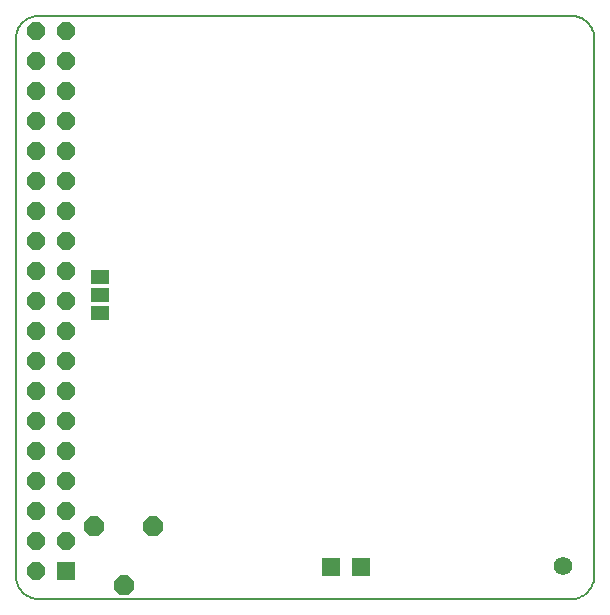
<source format=gbs>
G75*
G70*
%OFA0B0*%
%FSLAX24Y24*%
%IPPOS*%
%LPD*%
%AMOC8*
5,1,8,0,0,1.08239X$1,22.5*
%
%ADD10C,0.0079*%
%ADD11OC8,0.0660*%
%ADD12R,0.0594X0.0594*%
%ADD13OC8,0.0600*%
%ADD14R,0.0600X0.0600*%
%ADD15R,0.0630X0.0460*%
%ADD16C,0.0620*%
D10*
X000937Y000198D02*
X018654Y000198D01*
X018654Y000199D02*
X018708Y000201D01*
X018761Y000206D01*
X018814Y000215D01*
X018866Y000228D01*
X018918Y000244D01*
X018968Y000264D01*
X019016Y000287D01*
X019063Y000314D01*
X019108Y000343D01*
X019151Y000376D01*
X019191Y000411D01*
X019229Y000449D01*
X019264Y000489D01*
X019297Y000532D01*
X019326Y000577D01*
X019353Y000624D01*
X019376Y000672D01*
X019396Y000722D01*
X019412Y000774D01*
X019425Y000826D01*
X019434Y000879D01*
X019439Y000932D01*
X019441Y000986D01*
X019441Y018860D01*
X019439Y018914D01*
X019434Y018967D01*
X019425Y019020D01*
X019412Y019072D01*
X019396Y019124D01*
X019376Y019174D01*
X019353Y019222D01*
X019326Y019269D01*
X019297Y019314D01*
X019264Y019357D01*
X019229Y019397D01*
X019191Y019435D01*
X019151Y019470D01*
X019108Y019503D01*
X019063Y019532D01*
X019016Y019559D01*
X018968Y019582D01*
X018918Y019602D01*
X018866Y019618D01*
X018814Y019631D01*
X018761Y019640D01*
X018708Y019645D01*
X018654Y019647D01*
X000937Y019647D01*
X000883Y019645D01*
X000830Y019640D01*
X000777Y019631D01*
X000725Y019618D01*
X000673Y019602D01*
X000623Y019582D01*
X000575Y019559D01*
X000528Y019532D01*
X000483Y019503D01*
X000440Y019470D01*
X000400Y019435D01*
X000362Y019397D01*
X000327Y019357D01*
X000294Y019314D01*
X000265Y019269D01*
X000238Y019222D01*
X000215Y019174D01*
X000195Y019124D01*
X000179Y019072D01*
X000166Y019020D01*
X000157Y018967D01*
X000152Y018914D01*
X000150Y018860D01*
X000150Y000986D01*
X000152Y000932D01*
X000157Y000879D01*
X000166Y000826D01*
X000179Y000774D01*
X000195Y000722D01*
X000215Y000672D01*
X000238Y000624D01*
X000265Y000577D01*
X000294Y000532D01*
X000327Y000489D01*
X000362Y000449D01*
X000400Y000411D01*
X000440Y000376D01*
X000483Y000343D01*
X000528Y000314D01*
X000575Y000287D01*
X000623Y000264D01*
X000673Y000244D01*
X000725Y000228D01*
X000777Y000215D01*
X000830Y000206D01*
X000883Y000201D01*
X000937Y000199D01*
D11*
X003744Y000683D03*
X002760Y002651D03*
X004728Y002651D03*
D12*
X010674Y001285D03*
X011674Y001285D03*
D13*
X001829Y002134D03*
X000829Y002134D03*
X000829Y001134D03*
X000829Y003134D03*
X001829Y003134D03*
X001829Y004134D03*
X000829Y004134D03*
X000829Y005134D03*
X001829Y005134D03*
X001829Y006134D03*
X000829Y006134D03*
X000829Y007134D03*
X001829Y007134D03*
X001829Y008134D03*
X000829Y008134D03*
X000829Y009134D03*
X001829Y009134D03*
X001829Y010134D03*
X000829Y010134D03*
X000829Y011134D03*
X001829Y011134D03*
X001829Y012134D03*
X000829Y012134D03*
X000829Y013134D03*
X001829Y013134D03*
X001829Y014134D03*
X000829Y014134D03*
X000829Y015134D03*
X001829Y015134D03*
X001829Y016134D03*
X000829Y016134D03*
X000829Y017134D03*
X001829Y017134D03*
X001829Y018134D03*
X000829Y018134D03*
X000829Y019134D03*
X001829Y019134D03*
D14*
X001829Y001134D03*
D15*
X002946Y009742D03*
X002946Y010342D03*
X002946Y010942D03*
D16*
X018399Y001317D03*
M02*

</source>
